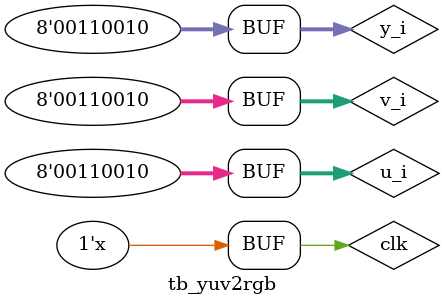
<source format=v>
`timescale 1ns / 1ps


module tb_yuv2rgb(

    );

parameter MAX_BPC  = 8;

reg clk;

always #10 clk = ~clk;

initial begin
    clk = 0;

end

wire [MAX_BPC-1:0] y_i ;
wire [MAX_BPC-1:0] u_i ;
wire [MAX_BPC-1:0] v_i ;


wire [MAX_BPC-1:0] r_o ;
wire [MAX_BPC-1:0] g_o ;
wire [MAX_BPC-1:0] b_o ;



assign y_i = 50;
assign u_i = 50;
assign v_i = 50 ;

 
 yuv2rgb 
    #(.C_BPC(MAX_BPC))
 uut(
.RST_I (0),
.CLK_I (clk), 
.Y_I   (y_i),
.U_I   (u_i),
.V_I   (v_i),
.R_O   (r_o  ),
.G_O   (g_o  ),
.B_O   (b_o  )
    );


    
    
    
    
endmodule

</source>
